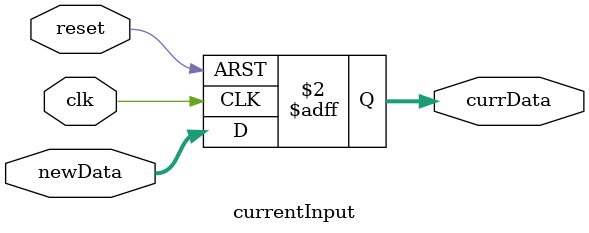
<source format=sv>
module currentInput(
	input logic clk,
	input logic reset,
	input logic [7:0] newData,
	output logic [7:0] currData);

always_ff@(posedge clk, posedge reset)
begin
	if(reset) currData <= 0;
	else currData <= newData;
end

endmodule // currentInput
</source>
